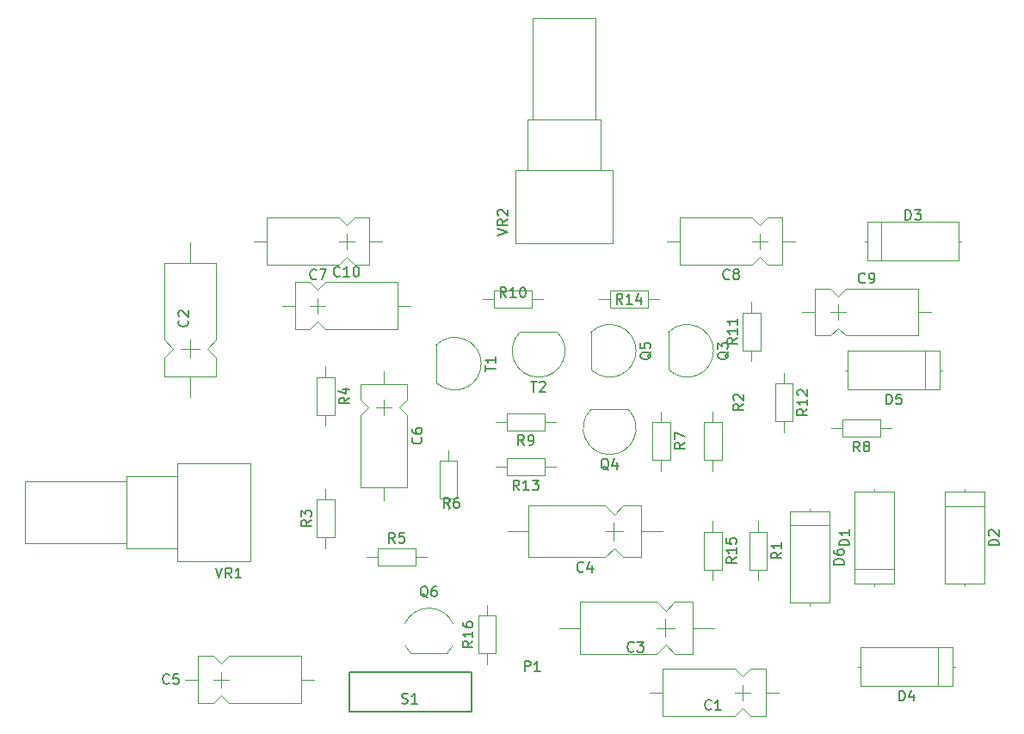
<source format=gbr>
G04 #@! TF.FileFunction,Legend,Top*
%FSLAX46Y46*%
G04 Gerber Fmt 4.6, Leading zero omitted, Abs format (unit mm)*
G04 Created by KiCad (PCBNEW 4.0.5) date 06/13/17 03:11:54*
%MOMM*%
%LPD*%
G01*
G04 APERTURE LIST*
%ADD10C,0.100000*%
%ADD11C,0.120000*%
%ADD12C,0.150000*%
G04 APERTURE END LIST*
D10*
D11*
X78485000Y-54610000D02*
X79985000Y-54610000D01*
X79235000Y-53860000D02*
X79235000Y-55360000D01*
X76975000Y-52300000D02*
X76975000Y-56920000D01*
X87095000Y-52300000D02*
X87095000Y-56920000D01*
X76975000Y-52300000D02*
X78475000Y-52300000D01*
X78475000Y-52300000D02*
X79225000Y-53050000D01*
X79225000Y-53050000D02*
X79975000Y-52300000D01*
X79975000Y-52300000D02*
X87095000Y-52300000D01*
X76975000Y-56920000D02*
X78475000Y-56920000D01*
X78475000Y-56920000D02*
X79225000Y-56170000D01*
X79225000Y-56170000D02*
X79975000Y-56920000D01*
X79975000Y-56920000D02*
X87095000Y-56920000D01*
X75715000Y-54610000D02*
X76975000Y-54610000D01*
X88355000Y-54610000D02*
X87095000Y-54610000D01*
X125955000Y-62275000D02*
X124235000Y-62275000D01*
X124235000Y-62275000D02*
X124235000Y-65995000D01*
X124235000Y-65995000D02*
X125955000Y-65995000D01*
X125955000Y-65995000D02*
X125955000Y-62275000D01*
X125095000Y-61205000D02*
X125095000Y-62275000D01*
X125095000Y-67065000D02*
X125095000Y-65995000D01*
X121780000Y-92710000D02*
X120280000Y-92710000D01*
X121030000Y-93460000D02*
X121030000Y-91960000D01*
X123290000Y-95020000D02*
X123290000Y-90400000D01*
X113170000Y-95020000D02*
X113170000Y-90400000D01*
X123290000Y-95020000D02*
X121790000Y-95020000D01*
X121790000Y-95020000D02*
X121040000Y-94270000D01*
X121040000Y-94270000D02*
X120290000Y-95020000D01*
X120290000Y-95020000D02*
X113170000Y-95020000D01*
X123290000Y-90400000D02*
X121790000Y-90400000D01*
X121790000Y-90400000D02*
X121040000Y-91150000D01*
X121040000Y-91150000D02*
X120290000Y-90400000D01*
X120290000Y-90400000D02*
X113170000Y-90400000D01*
X124550000Y-92710000D02*
X123290000Y-92710000D01*
X111910000Y-92710000D02*
X113170000Y-92710000D01*
X66675000Y-59740000D02*
X66675000Y-57940000D01*
X65775000Y-58840000D02*
X67575000Y-58840000D01*
X64115000Y-61550000D02*
X69235000Y-61550000D01*
X64115000Y-50430000D02*
X69235000Y-50430000D01*
X64115000Y-61550000D02*
X64115000Y-59750000D01*
X64115000Y-59750000D02*
X65015000Y-58850000D01*
X65015000Y-58850000D02*
X64115000Y-57950000D01*
X64115000Y-57950000D02*
X64115000Y-50430000D01*
X69235000Y-61550000D02*
X69235000Y-59750000D01*
X69235000Y-59750000D02*
X68335000Y-58850000D01*
X68335000Y-58850000D02*
X69235000Y-57950000D01*
X69235000Y-57950000D02*
X69235000Y-50430000D01*
X66675000Y-63610000D02*
X66675000Y-61550000D01*
X66675000Y-48370000D02*
X66675000Y-50430000D01*
X114350000Y-86360000D02*
X112550000Y-86360000D01*
X113450000Y-87260000D02*
X113450000Y-85460000D01*
X116160000Y-88920000D02*
X116160000Y-83800000D01*
X105040000Y-88920000D02*
X105040000Y-83800000D01*
X116160000Y-88920000D02*
X114360000Y-88920000D01*
X114360000Y-88920000D02*
X113460000Y-88020000D01*
X113460000Y-88020000D02*
X112560000Y-88920000D01*
X112560000Y-88920000D02*
X105040000Y-88920000D01*
X116160000Y-83800000D02*
X114360000Y-83800000D01*
X114360000Y-83800000D02*
X113460000Y-84700000D01*
X113460000Y-84700000D02*
X112560000Y-83800000D01*
X112560000Y-83800000D02*
X105040000Y-83800000D01*
X118220000Y-86360000D02*
X116160000Y-86360000D01*
X102980000Y-86360000D02*
X105040000Y-86360000D01*
X109270000Y-76835000D02*
X107470000Y-76835000D01*
X108370000Y-77735000D02*
X108370000Y-75935000D01*
X111080000Y-79395000D02*
X111080000Y-74275000D01*
X99960000Y-79395000D02*
X99960000Y-74275000D01*
X111080000Y-79395000D02*
X109280000Y-79395000D01*
X109280000Y-79395000D02*
X108380000Y-78495000D01*
X108380000Y-78495000D02*
X107480000Y-79395000D01*
X107480000Y-79395000D02*
X99960000Y-79395000D01*
X111080000Y-74275000D02*
X109280000Y-74275000D01*
X109280000Y-74275000D02*
X108380000Y-75175000D01*
X108380000Y-75175000D02*
X107480000Y-74275000D01*
X107480000Y-74275000D02*
X99960000Y-74275000D01*
X113140000Y-76835000D02*
X111080000Y-76835000D01*
X97900000Y-76835000D02*
X99960000Y-76835000D01*
X68960000Y-91440000D02*
X70460000Y-91440000D01*
X69710000Y-90690000D02*
X69710000Y-92190000D01*
X67450000Y-89130000D02*
X67450000Y-93750000D01*
X77570000Y-89130000D02*
X77570000Y-93750000D01*
X67450000Y-89130000D02*
X68950000Y-89130000D01*
X68950000Y-89130000D02*
X69700000Y-89880000D01*
X69700000Y-89880000D02*
X70450000Y-89130000D01*
X70450000Y-89130000D02*
X77570000Y-89130000D01*
X67450000Y-93750000D02*
X68950000Y-93750000D01*
X68950000Y-93750000D02*
X69700000Y-93000000D01*
X69700000Y-93000000D02*
X70450000Y-93750000D01*
X70450000Y-93750000D02*
X77570000Y-93750000D01*
X66190000Y-91440000D02*
X67450000Y-91440000D01*
X78830000Y-91440000D02*
X77570000Y-91440000D01*
X85725000Y-63880000D02*
X85725000Y-65380000D01*
X86475000Y-64630000D02*
X84975000Y-64630000D01*
X88035000Y-62370000D02*
X83415000Y-62370000D01*
X88035000Y-72490000D02*
X83415000Y-72490000D01*
X88035000Y-62370000D02*
X88035000Y-63870000D01*
X88035000Y-63870000D02*
X87285000Y-64620000D01*
X87285000Y-64620000D02*
X88035000Y-65370000D01*
X88035000Y-65370000D02*
X88035000Y-72490000D01*
X83415000Y-62370000D02*
X83415000Y-63870000D01*
X83415000Y-63870000D02*
X84165000Y-64620000D01*
X84165000Y-64620000D02*
X83415000Y-65370000D01*
X83415000Y-65370000D02*
X83415000Y-72490000D01*
X85725000Y-61110000D02*
X85725000Y-62370000D01*
X85725000Y-73750000D02*
X85725000Y-72490000D01*
X82805000Y-48260000D02*
X81305000Y-48260000D01*
X82055000Y-49010000D02*
X82055000Y-47510000D01*
X84315000Y-50570000D02*
X84315000Y-45950000D01*
X74195000Y-50570000D02*
X74195000Y-45950000D01*
X84315000Y-50570000D02*
X82815000Y-50570000D01*
X82815000Y-50570000D02*
X82065000Y-49820000D01*
X82065000Y-49820000D02*
X81315000Y-50570000D01*
X81315000Y-50570000D02*
X74195000Y-50570000D01*
X84315000Y-45950000D02*
X82815000Y-45950000D01*
X82815000Y-45950000D02*
X82065000Y-46700000D01*
X82065000Y-46700000D02*
X81315000Y-45950000D01*
X81315000Y-45950000D02*
X74195000Y-45950000D01*
X85575000Y-48260000D02*
X84315000Y-48260000D01*
X72935000Y-48260000D02*
X74195000Y-48260000D01*
X123445000Y-48260000D02*
X121945000Y-48260000D01*
X122695000Y-49010000D02*
X122695000Y-47510000D01*
X124955000Y-50570000D02*
X124955000Y-45950000D01*
X114835000Y-50570000D02*
X114835000Y-45950000D01*
X124955000Y-50570000D02*
X123455000Y-50570000D01*
X123455000Y-50570000D02*
X122705000Y-49820000D01*
X122705000Y-49820000D02*
X121955000Y-50570000D01*
X121955000Y-50570000D02*
X114835000Y-50570000D01*
X124955000Y-45950000D02*
X123455000Y-45950000D01*
X123455000Y-45950000D02*
X122705000Y-46700000D01*
X122705000Y-46700000D02*
X121955000Y-45950000D01*
X121955000Y-45950000D02*
X114835000Y-45950000D01*
X126215000Y-48260000D02*
X124955000Y-48260000D01*
X113575000Y-48260000D02*
X114835000Y-48260000D01*
X129680000Y-55245000D02*
X131180000Y-55245000D01*
X130430000Y-54495000D02*
X130430000Y-55995000D01*
X128170000Y-52935000D02*
X128170000Y-57555000D01*
X138290000Y-52935000D02*
X138290000Y-57555000D01*
X128170000Y-52935000D02*
X129670000Y-52935000D01*
X129670000Y-52935000D02*
X130420000Y-53685000D01*
X130420000Y-53685000D02*
X131170000Y-52935000D01*
X131170000Y-52935000D02*
X138290000Y-52935000D01*
X128170000Y-57555000D02*
X129670000Y-57555000D01*
X129670000Y-57555000D02*
X130420000Y-56805000D01*
X130420000Y-56805000D02*
X131170000Y-57555000D01*
X131170000Y-57555000D02*
X138290000Y-57555000D01*
X126910000Y-55245000D02*
X128170000Y-55245000D01*
X139550000Y-55245000D02*
X138290000Y-55245000D01*
X132075000Y-81980000D02*
X135895000Y-81980000D01*
X135895000Y-81980000D02*
X135895000Y-72960000D01*
X135895000Y-72960000D02*
X132075000Y-72960000D01*
X132075000Y-72960000D02*
X132075000Y-81980000D01*
X133985000Y-82240000D02*
X133985000Y-81980000D01*
X133985000Y-72700000D02*
X133985000Y-72960000D01*
X132075000Y-80585000D02*
X135895000Y-80585000D01*
X144785000Y-72960000D02*
X140965000Y-72960000D01*
X140965000Y-72960000D02*
X140965000Y-81980000D01*
X140965000Y-81980000D02*
X144785000Y-81980000D01*
X144785000Y-81980000D02*
X144785000Y-72960000D01*
X142875000Y-72700000D02*
X142875000Y-72960000D01*
X142875000Y-82240000D02*
X142875000Y-81980000D01*
X144785000Y-74355000D02*
X140965000Y-74355000D01*
X133285000Y-46350000D02*
X133285000Y-50170000D01*
X133285000Y-50170000D02*
X142305000Y-50170000D01*
X142305000Y-50170000D02*
X142305000Y-46350000D01*
X142305000Y-46350000D02*
X133285000Y-46350000D01*
X133025000Y-48260000D02*
X133285000Y-48260000D01*
X142565000Y-48260000D02*
X142305000Y-48260000D01*
X134680000Y-46350000D02*
X134680000Y-50170000D01*
X141670000Y-92080000D02*
X141670000Y-88260000D01*
X141670000Y-88260000D02*
X132650000Y-88260000D01*
X132650000Y-88260000D02*
X132650000Y-92080000D01*
X132650000Y-92080000D02*
X141670000Y-92080000D01*
X141930000Y-90170000D02*
X141670000Y-90170000D01*
X132390000Y-90170000D02*
X132650000Y-90170000D01*
X140275000Y-92080000D02*
X140275000Y-88260000D01*
X140400000Y-62870000D02*
X140400000Y-59050000D01*
X140400000Y-59050000D02*
X131380000Y-59050000D01*
X131380000Y-59050000D02*
X131380000Y-62870000D01*
X131380000Y-62870000D02*
X140400000Y-62870000D01*
X140660000Y-60960000D02*
X140400000Y-60960000D01*
X131120000Y-60960000D02*
X131380000Y-60960000D01*
X139005000Y-62870000D02*
X139005000Y-59050000D01*
X129545000Y-74865000D02*
X125725000Y-74865000D01*
X125725000Y-74865000D02*
X125725000Y-83885000D01*
X125725000Y-83885000D02*
X129545000Y-83885000D01*
X129545000Y-83885000D02*
X129545000Y-74865000D01*
X127635000Y-74605000D02*
X127635000Y-74865000D01*
X127635000Y-84145000D02*
X127635000Y-83885000D01*
X129545000Y-76260000D02*
X125725000Y-76260000D01*
X113720000Y-57255000D02*
X113720000Y-60855000D01*
X113731522Y-57216522D02*
G75*
G02X118170000Y-59055000I1838478J-1838478D01*
G01*
X113731522Y-60893478D02*
G75*
G03X118170000Y-59055000I1838478J1838478D01*
G01*
X109750000Y-64825000D02*
X106150000Y-64825000D01*
X109788478Y-64836522D02*
G75*
G02X107950000Y-69275000I-1838478J-1838478D01*
G01*
X106111522Y-64836522D02*
G75*
G03X107950000Y-69275000I1838478J-1838478D01*
G01*
X106100000Y-57255000D02*
X106100000Y-60855000D01*
X106111522Y-57216522D02*
G75*
G02X110550000Y-59055000I1838478J-1838478D01*
G01*
X106111522Y-60893478D02*
G75*
G03X110550000Y-59055000I1838478J1838478D01*
G01*
X123415000Y-76880000D02*
X121695000Y-76880000D01*
X121695000Y-76880000D02*
X121695000Y-80600000D01*
X121695000Y-80600000D02*
X123415000Y-80600000D01*
X123415000Y-80600000D02*
X123415000Y-76880000D01*
X122555000Y-75810000D02*
X122555000Y-76880000D01*
X122555000Y-81670000D02*
X122555000Y-80600000D01*
X118970000Y-66085000D02*
X117250000Y-66085000D01*
X117250000Y-66085000D02*
X117250000Y-69805000D01*
X117250000Y-69805000D02*
X118970000Y-69805000D01*
X118970000Y-69805000D02*
X118970000Y-66085000D01*
X118110000Y-65015000D02*
X118110000Y-66085000D01*
X118110000Y-70875000D02*
X118110000Y-69805000D01*
X79150000Y-77425000D02*
X80870000Y-77425000D01*
X80870000Y-77425000D02*
X80870000Y-73705000D01*
X80870000Y-73705000D02*
X79150000Y-73705000D01*
X79150000Y-73705000D02*
X79150000Y-77425000D01*
X80010000Y-78495000D02*
X80010000Y-77425000D01*
X80010000Y-72635000D02*
X80010000Y-73705000D01*
X80870000Y-61640000D02*
X79150000Y-61640000D01*
X79150000Y-61640000D02*
X79150000Y-65360000D01*
X79150000Y-65360000D02*
X80870000Y-65360000D01*
X80870000Y-65360000D02*
X80870000Y-61640000D01*
X80010000Y-60570000D02*
X80010000Y-61640000D01*
X80010000Y-66430000D02*
X80010000Y-65360000D01*
X85135000Y-78515000D02*
X85135000Y-80235000D01*
X85135000Y-80235000D02*
X88855000Y-80235000D01*
X88855000Y-80235000D02*
X88855000Y-78515000D01*
X88855000Y-78515000D02*
X85135000Y-78515000D01*
X84065000Y-79375000D02*
X85135000Y-79375000D01*
X89925000Y-79375000D02*
X88855000Y-79375000D01*
X92935000Y-69895000D02*
X91215000Y-69895000D01*
X91215000Y-69895000D02*
X91215000Y-73615000D01*
X91215000Y-73615000D02*
X92935000Y-73615000D01*
X92935000Y-73615000D02*
X92935000Y-69895000D01*
X92075000Y-68825000D02*
X92075000Y-69895000D01*
X92075000Y-74685000D02*
X92075000Y-73615000D01*
X113890000Y-66085000D02*
X112170000Y-66085000D01*
X112170000Y-66085000D02*
X112170000Y-69805000D01*
X112170000Y-69805000D02*
X113890000Y-69805000D01*
X113890000Y-69805000D02*
X113890000Y-66085000D01*
X113030000Y-65015000D02*
X113030000Y-66085000D01*
X113030000Y-70875000D02*
X113030000Y-69805000D01*
X134575000Y-67535000D02*
X134575000Y-65815000D01*
X134575000Y-65815000D02*
X130855000Y-65815000D01*
X130855000Y-65815000D02*
X130855000Y-67535000D01*
X130855000Y-67535000D02*
X134575000Y-67535000D01*
X135645000Y-66675000D02*
X134575000Y-66675000D01*
X129785000Y-66675000D02*
X130855000Y-66675000D01*
X101555000Y-66900000D02*
X101555000Y-65180000D01*
X101555000Y-65180000D02*
X97835000Y-65180000D01*
X97835000Y-65180000D02*
X97835000Y-66900000D01*
X97835000Y-66900000D02*
X101555000Y-66900000D01*
X102625000Y-66040000D02*
X101555000Y-66040000D01*
X96765000Y-66040000D02*
X97835000Y-66040000D01*
X96565000Y-53115000D02*
X96565000Y-54835000D01*
X96565000Y-54835000D02*
X100285000Y-54835000D01*
X100285000Y-54835000D02*
X100285000Y-53115000D01*
X100285000Y-53115000D02*
X96565000Y-53115000D01*
X95495000Y-53975000D02*
X96565000Y-53975000D01*
X101355000Y-53975000D02*
X100285000Y-53975000D01*
X121060000Y-59010000D02*
X122780000Y-59010000D01*
X122780000Y-59010000D02*
X122780000Y-55290000D01*
X122780000Y-55290000D02*
X121060000Y-55290000D01*
X121060000Y-55290000D02*
X121060000Y-59010000D01*
X121920000Y-60080000D02*
X121920000Y-59010000D01*
X121920000Y-54220000D02*
X121920000Y-55290000D01*
X101555000Y-71345000D02*
X101555000Y-69625000D01*
X101555000Y-69625000D02*
X97835000Y-69625000D01*
X97835000Y-69625000D02*
X97835000Y-71345000D01*
X97835000Y-71345000D02*
X101555000Y-71345000D01*
X102625000Y-70485000D02*
X101555000Y-70485000D01*
X96765000Y-70485000D02*
X97835000Y-70485000D01*
X107995000Y-53115000D02*
X107995000Y-54835000D01*
X107995000Y-54835000D02*
X111715000Y-54835000D01*
X111715000Y-54835000D02*
X111715000Y-53115000D01*
X111715000Y-53115000D02*
X107995000Y-53115000D01*
X106925000Y-53975000D02*
X107995000Y-53975000D01*
X112785000Y-53975000D02*
X111715000Y-53975000D01*
X118970000Y-76880000D02*
X117250000Y-76880000D01*
X117250000Y-76880000D02*
X117250000Y-80600000D01*
X117250000Y-80600000D02*
X118970000Y-80600000D01*
X118970000Y-80600000D02*
X118970000Y-76880000D01*
X118110000Y-75810000D02*
X118110000Y-76880000D01*
X118110000Y-81670000D02*
X118110000Y-80600000D01*
X95025000Y-88855000D02*
X96745000Y-88855000D01*
X96745000Y-88855000D02*
X96745000Y-85135000D01*
X96745000Y-85135000D02*
X95025000Y-85135000D01*
X95025000Y-85135000D02*
X95025000Y-88855000D01*
X95885000Y-89925000D02*
X95885000Y-88855000D01*
X95885000Y-84065000D02*
X95885000Y-85135000D01*
D12*
X82325000Y-94595000D02*
X94325000Y-94595000D01*
X82325000Y-90695000D02*
X94325000Y-90695000D01*
X94325000Y-90695000D02*
X94325000Y-94595000D01*
X82325000Y-90695000D02*
X82325000Y-94595000D01*
D11*
X90860000Y-58525000D02*
X90860000Y-62125000D01*
X90871522Y-58486522D02*
G75*
G02X95310000Y-60325000I1838478J-1838478D01*
G01*
X90871522Y-62163478D02*
G75*
G03X95310000Y-60325000I1838478J1838478D01*
G01*
X102765000Y-57205000D02*
X99165000Y-57205000D01*
X102803478Y-57216522D02*
G75*
G02X100965000Y-61655000I-1838478J-1838478D01*
G01*
X99126522Y-57216522D02*
G75*
G03X100965000Y-61655000I1838478J-1838478D01*
G01*
X88370000Y-88845000D02*
X91970000Y-88845000D01*
X87845816Y-88117795D02*
G75*
G03X88370000Y-88845000I2324184J1122795D01*
G01*
X87813600Y-85896193D02*
G75*
G02X90170000Y-84395000I2356400J-1098807D01*
G01*
X92526400Y-85896193D02*
G75*
G03X90170000Y-84395000I-2356400J-1098807D01*
G01*
X92494184Y-88117795D02*
G75*
G02X91970000Y-88845000I-2324184J1122795D01*
G01*
X72595000Y-79780000D02*
X65425000Y-79780000D01*
X72595000Y-70160000D02*
X65425000Y-70160000D01*
X72595000Y-79780000D02*
X72595000Y-70160000D01*
X65425000Y-79780000D02*
X65425000Y-70160000D01*
X65425000Y-78530000D02*
X60425000Y-78530000D01*
X65425000Y-71410000D02*
X60425000Y-71410000D01*
X65425000Y-78530000D02*
X65425000Y-71410000D01*
X60425000Y-78530000D02*
X60425000Y-71410000D01*
X60425000Y-78030000D02*
X50424000Y-78030000D01*
X60425000Y-71910000D02*
X50424000Y-71910000D01*
X60425000Y-78030000D02*
X60425000Y-71910000D01*
X50424000Y-78030000D02*
X50424000Y-71910000D01*
X98655000Y-48465000D02*
X98655000Y-41295000D01*
X108275000Y-48465000D02*
X108275000Y-41295000D01*
X98655000Y-48465000D02*
X108275000Y-48465000D01*
X98655000Y-41295000D02*
X108275000Y-41295000D01*
X99905000Y-41295000D02*
X99905000Y-36295000D01*
X107025000Y-41295000D02*
X107025000Y-36295000D01*
X99905000Y-41295000D02*
X107025000Y-41295000D01*
X99905000Y-36295000D02*
X107025000Y-36295000D01*
X100405000Y-36295000D02*
X100405000Y-26294000D01*
X106525000Y-36295000D02*
X106525000Y-26294000D01*
X100405000Y-36295000D02*
X106525000Y-36295000D01*
X100405000Y-26294000D02*
X106525000Y-26294000D01*
D12*
X81392143Y-51657143D02*
X81344524Y-51704762D01*
X81201667Y-51752381D01*
X81106429Y-51752381D01*
X80963571Y-51704762D01*
X80868333Y-51609524D01*
X80820714Y-51514286D01*
X80773095Y-51323810D01*
X80773095Y-51180952D01*
X80820714Y-50990476D01*
X80868333Y-50895238D01*
X80963571Y-50800000D01*
X81106429Y-50752381D01*
X81201667Y-50752381D01*
X81344524Y-50800000D01*
X81392143Y-50847619D01*
X82344524Y-51752381D02*
X81773095Y-51752381D01*
X82058809Y-51752381D02*
X82058809Y-50752381D01*
X81963571Y-50895238D01*
X81868333Y-50990476D01*
X81773095Y-51038095D01*
X82963571Y-50752381D02*
X83058810Y-50752381D01*
X83154048Y-50800000D01*
X83201667Y-50847619D01*
X83249286Y-50942857D01*
X83296905Y-51133333D01*
X83296905Y-51371429D01*
X83249286Y-51561905D01*
X83201667Y-51657143D01*
X83154048Y-51704762D01*
X83058810Y-51752381D01*
X82963571Y-51752381D01*
X82868333Y-51704762D01*
X82820714Y-51657143D01*
X82773095Y-51561905D01*
X82725476Y-51371429D01*
X82725476Y-51133333D01*
X82773095Y-50942857D01*
X82820714Y-50847619D01*
X82868333Y-50800000D01*
X82963571Y-50752381D01*
X127407381Y-64777857D02*
X126931190Y-65111191D01*
X127407381Y-65349286D02*
X126407381Y-65349286D01*
X126407381Y-64968333D01*
X126455000Y-64873095D01*
X126502619Y-64825476D01*
X126597857Y-64777857D01*
X126740714Y-64777857D01*
X126835952Y-64825476D01*
X126883571Y-64873095D01*
X126931190Y-64968333D01*
X126931190Y-65349286D01*
X127407381Y-63825476D02*
X127407381Y-64396905D01*
X127407381Y-64111191D02*
X126407381Y-64111191D01*
X126550238Y-64206429D01*
X126645476Y-64301667D01*
X126693095Y-64396905D01*
X126502619Y-63444524D02*
X126455000Y-63396905D01*
X126407381Y-63301667D01*
X126407381Y-63063571D01*
X126455000Y-62968333D01*
X126502619Y-62920714D01*
X126597857Y-62873095D01*
X126693095Y-62873095D01*
X126835952Y-62920714D01*
X127407381Y-63492143D01*
X127407381Y-62873095D01*
X117943334Y-94337143D02*
X117895715Y-94384762D01*
X117752858Y-94432381D01*
X117657620Y-94432381D01*
X117514762Y-94384762D01*
X117419524Y-94289524D01*
X117371905Y-94194286D01*
X117324286Y-94003810D01*
X117324286Y-93860952D01*
X117371905Y-93670476D01*
X117419524Y-93575238D01*
X117514762Y-93480000D01*
X117657620Y-93432381D01*
X117752858Y-93432381D01*
X117895715Y-93480000D01*
X117943334Y-93527619D01*
X118895715Y-94432381D02*
X118324286Y-94432381D01*
X118610000Y-94432381D02*
X118610000Y-93432381D01*
X118514762Y-93575238D01*
X118419524Y-93670476D01*
X118324286Y-93718095D01*
X66397143Y-56046666D02*
X66444762Y-56094285D01*
X66492381Y-56237142D01*
X66492381Y-56332380D01*
X66444762Y-56475238D01*
X66349524Y-56570476D01*
X66254286Y-56618095D01*
X66063810Y-56665714D01*
X65920952Y-56665714D01*
X65730476Y-56618095D01*
X65635238Y-56570476D01*
X65540000Y-56475238D01*
X65492381Y-56332380D01*
X65492381Y-56237142D01*
X65540000Y-56094285D01*
X65587619Y-56046666D01*
X65587619Y-55665714D02*
X65540000Y-55618095D01*
X65492381Y-55522857D01*
X65492381Y-55284761D01*
X65540000Y-55189523D01*
X65587619Y-55141904D01*
X65682857Y-55094285D01*
X65778095Y-55094285D01*
X65920952Y-55141904D01*
X66492381Y-55713333D01*
X66492381Y-55094285D01*
X110323334Y-88622143D02*
X110275715Y-88669762D01*
X110132858Y-88717381D01*
X110037620Y-88717381D01*
X109894762Y-88669762D01*
X109799524Y-88574524D01*
X109751905Y-88479286D01*
X109704286Y-88288810D01*
X109704286Y-88145952D01*
X109751905Y-87955476D01*
X109799524Y-87860238D01*
X109894762Y-87765000D01*
X110037620Y-87717381D01*
X110132858Y-87717381D01*
X110275715Y-87765000D01*
X110323334Y-87812619D01*
X110656667Y-87717381D02*
X111275715Y-87717381D01*
X110942381Y-88098333D01*
X111085239Y-88098333D01*
X111180477Y-88145952D01*
X111228096Y-88193571D01*
X111275715Y-88288810D01*
X111275715Y-88526905D01*
X111228096Y-88622143D01*
X111180477Y-88669762D01*
X111085239Y-88717381D01*
X110799524Y-88717381D01*
X110704286Y-88669762D01*
X110656667Y-88622143D01*
X105353334Y-80752143D02*
X105305715Y-80799762D01*
X105162858Y-80847381D01*
X105067620Y-80847381D01*
X104924762Y-80799762D01*
X104829524Y-80704524D01*
X104781905Y-80609286D01*
X104734286Y-80418810D01*
X104734286Y-80275952D01*
X104781905Y-80085476D01*
X104829524Y-79990238D01*
X104924762Y-79895000D01*
X105067620Y-79847381D01*
X105162858Y-79847381D01*
X105305715Y-79895000D01*
X105353334Y-79942619D01*
X106210477Y-80180714D02*
X106210477Y-80847381D01*
X105972381Y-79799762D02*
X105734286Y-80514048D01*
X106353334Y-80514048D01*
X64603334Y-91797143D02*
X64555715Y-91844762D01*
X64412858Y-91892381D01*
X64317620Y-91892381D01*
X64174762Y-91844762D01*
X64079524Y-91749524D01*
X64031905Y-91654286D01*
X63984286Y-91463810D01*
X63984286Y-91320952D01*
X64031905Y-91130476D01*
X64079524Y-91035238D01*
X64174762Y-90940000D01*
X64317620Y-90892381D01*
X64412858Y-90892381D01*
X64555715Y-90940000D01*
X64603334Y-90987619D01*
X65508096Y-90892381D02*
X65031905Y-90892381D01*
X64984286Y-91368571D01*
X65031905Y-91320952D01*
X65127143Y-91273333D01*
X65365239Y-91273333D01*
X65460477Y-91320952D01*
X65508096Y-91368571D01*
X65555715Y-91463810D01*
X65555715Y-91701905D01*
X65508096Y-91797143D01*
X65460477Y-91844762D01*
X65365239Y-91892381D01*
X65127143Y-91892381D01*
X65031905Y-91844762D01*
X64984286Y-91797143D01*
X89392143Y-67596666D02*
X89439762Y-67644285D01*
X89487381Y-67787142D01*
X89487381Y-67882380D01*
X89439762Y-68025238D01*
X89344524Y-68120476D01*
X89249286Y-68168095D01*
X89058810Y-68215714D01*
X88915952Y-68215714D01*
X88725476Y-68168095D01*
X88630238Y-68120476D01*
X88535000Y-68025238D01*
X88487381Y-67882380D01*
X88487381Y-67787142D01*
X88535000Y-67644285D01*
X88582619Y-67596666D01*
X88487381Y-66739523D02*
X88487381Y-66930000D01*
X88535000Y-67025238D01*
X88582619Y-67072857D01*
X88725476Y-67168095D01*
X88915952Y-67215714D01*
X89296905Y-67215714D01*
X89392143Y-67168095D01*
X89439762Y-67120476D01*
X89487381Y-67025238D01*
X89487381Y-66834761D01*
X89439762Y-66739523D01*
X89392143Y-66691904D01*
X89296905Y-66644285D01*
X89058810Y-66644285D01*
X88963571Y-66691904D01*
X88915952Y-66739523D01*
X88868333Y-66834761D01*
X88868333Y-67025238D01*
X88915952Y-67120476D01*
X88963571Y-67168095D01*
X89058810Y-67215714D01*
X79088334Y-51927143D02*
X79040715Y-51974762D01*
X78897858Y-52022381D01*
X78802620Y-52022381D01*
X78659762Y-51974762D01*
X78564524Y-51879524D01*
X78516905Y-51784286D01*
X78469286Y-51593810D01*
X78469286Y-51450952D01*
X78516905Y-51260476D01*
X78564524Y-51165238D01*
X78659762Y-51070000D01*
X78802620Y-51022381D01*
X78897858Y-51022381D01*
X79040715Y-51070000D01*
X79088334Y-51117619D01*
X79421667Y-51022381D02*
X80088334Y-51022381D01*
X79659762Y-52022381D01*
X119728334Y-51927143D02*
X119680715Y-51974762D01*
X119537858Y-52022381D01*
X119442620Y-52022381D01*
X119299762Y-51974762D01*
X119204524Y-51879524D01*
X119156905Y-51784286D01*
X119109286Y-51593810D01*
X119109286Y-51450952D01*
X119156905Y-51260476D01*
X119204524Y-51165238D01*
X119299762Y-51070000D01*
X119442620Y-51022381D01*
X119537858Y-51022381D01*
X119680715Y-51070000D01*
X119728334Y-51117619D01*
X120299762Y-51450952D02*
X120204524Y-51403333D01*
X120156905Y-51355714D01*
X120109286Y-51260476D01*
X120109286Y-51212857D01*
X120156905Y-51117619D01*
X120204524Y-51070000D01*
X120299762Y-51022381D01*
X120490239Y-51022381D01*
X120585477Y-51070000D01*
X120633096Y-51117619D01*
X120680715Y-51212857D01*
X120680715Y-51260476D01*
X120633096Y-51355714D01*
X120585477Y-51403333D01*
X120490239Y-51450952D01*
X120299762Y-51450952D01*
X120204524Y-51498571D01*
X120156905Y-51546190D01*
X120109286Y-51641429D01*
X120109286Y-51831905D01*
X120156905Y-51927143D01*
X120204524Y-51974762D01*
X120299762Y-52022381D01*
X120490239Y-52022381D01*
X120585477Y-51974762D01*
X120633096Y-51927143D01*
X120680715Y-51831905D01*
X120680715Y-51641429D01*
X120633096Y-51546190D01*
X120585477Y-51498571D01*
X120490239Y-51450952D01*
X133063334Y-52292143D02*
X133015715Y-52339762D01*
X132872858Y-52387381D01*
X132777620Y-52387381D01*
X132634762Y-52339762D01*
X132539524Y-52244524D01*
X132491905Y-52149286D01*
X132444286Y-51958810D01*
X132444286Y-51815952D01*
X132491905Y-51625476D01*
X132539524Y-51530238D01*
X132634762Y-51435000D01*
X132777620Y-51387381D01*
X132872858Y-51387381D01*
X133015715Y-51435000D01*
X133063334Y-51482619D01*
X133539524Y-52387381D02*
X133730000Y-52387381D01*
X133825239Y-52339762D01*
X133872858Y-52292143D01*
X133968096Y-52149286D01*
X134015715Y-51958810D01*
X134015715Y-51577857D01*
X133968096Y-51482619D01*
X133920477Y-51435000D01*
X133825239Y-51387381D01*
X133634762Y-51387381D01*
X133539524Y-51435000D01*
X133491905Y-51482619D01*
X133444286Y-51577857D01*
X133444286Y-51815952D01*
X133491905Y-51911190D01*
X133539524Y-51958810D01*
X133634762Y-52006429D01*
X133825239Y-52006429D01*
X133920477Y-51958810D01*
X133968096Y-51911190D01*
X134015715Y-51815952D01*
X131527381Y-78208095D02*
X130527381Y-78208095D01*
X130527381Y-77970000D01*
X130575000Y-77827142D01*
X130670238Y-77731904D01*
X130765476Y-77684285D01*
X130955952Y-77636666D01*
X131098810Y-77636666D01*
X131289286Y-77684285D01*
X131384524Y-77731904D01*
X131479762Y-77827142D01*
X131527381Y-77970000D01*
X131527381Y-78208095D01*
X131527381Y-76684285D02*
X131527381Y-77255714D01*
X131527381Y-76970000D02*
X130527381Y-76970000D01*
X130670238Y-77065238D01*
X130765476Y-77160476D01*
X130813095Y-77255714D01*
X146237381Y-78208095D02*
X145237381Y-78208095D01*
X145237381Y-77970000D01*
X145285000Y-77827142D01*
X145380238Y-77731904D01*
X145475476Y-77684285D01*
X145665952Y-77636666D01*
X145808810Y-77636666D01*
X145999286Y-77684285D01*
X146094524Y-77731904D01*
X146189762Y-77827142D01*
X146237381Y-77970000D01*
X146237381Y-78208095D01*
X145332619Y-77255714D02*
X145285000Y-77208095D01*
X145237381Y-77112857D01*
X145237381Y-76874761D01*
X145285000Y-76779523D01*
X145332619Y-76731904D01*
X145427857Y-76684285D01*
X145523095Y-76684285D01*
X145665952Y-76731904D01*
X146237381Y-77303333D01*
X146237381Y-76684285D01*
X137056905Y-46172381D02*
X137056905Y-45172381D01*
X137295000Y-45172381D01*
X137437858Y-45220000D01*
X137533096Y-45315238D01*
X137580715Y-45410476D01*
X137628334Y-45600952D01*
X137628334Y-45743810D01*
X137580715Y-45934286D01*
X137533096Y-46029524D01*
X137437858Y-46124762D01*
X137295000Y-46172381D01*
X137056905Y-46172381D01*
X137961667Y-45172381D02*
X138580715Y-45172381D01*
X138247381Y-45553333D01*
X138390239Y-45553333D01*
X138485477Y-45600952D01*
X138533096Y-45648571D01*
X138580715Y-45743810D01*
X138580715Y-45981905D01*
X138533096Y-46077143D01*
X138485477Y-46124762D01*
X138390239Y-46172381D01*
X138104524Y-46172381D01*
X138009286Y-46124762D01*
X137961667Y-46077143D01*
X136421905Y-93532381D02*
X136421905Y-92532381D01*
X136660000Y-92532381D01*
X136802858Y-92580000D01*
X136898096Y-92675238D01*
X136945715Y-92770476D01*
X136993334Y-92960952D01*
X136993334Y-93103810D01*
X136945715Y-93294286D01*
X136898096Y-93389524D01*
X136802858Y-93484762D01*
X136660000Y-93532381D01*
X136421905Y-93532381D01*
X137850477Y-92865714D02*
X137850477Y-93532381D01*
X137612381Y-92484762D02*
X137374286Y-93199048D01*
X137993334Y-93199048D01*
X135151905Y-64322381D02*
X135151905Y-63322381D01*
X135390000Y-63322381D01*
X135532858Y-63370000D01*
X135628096Y-63465238D01*
X135675715Y-63560476D01*
X135723334Y-63750952D01*
X135723334Y-63893810D01*
X135675715Y-64084286D01*
X135628096Y-64179524D01*
X135532858Y-64274762D01*
X135390000Y-64322381D01*
X135151905Y-64322381D01*
X136628096Y-63322381D02*
X136151905Y-63322381D01*
X136104286Y-63798571D01*
X136151905Y-63750952D01*
X136247143Y-63703333D01*
X136485239Y-63703333D01*
X136580477Y-63750952D01*
X136628096Y-63798571D01*
X136675715Y-63893810D01*
X136675715Y-64131905D01*
X136628096Y-64227143D01*
X136580477Y-64274762D01*
X136485239Y-64322381D01*
X136247143Y-64322381D01*
X136151905Y-64274762D01*
X136104286Y-64227143D01*
X130997381Y-80113095D02*
X129997381Y-80113095D01*
X129997381Y-79875000D01*
X130045000Y-79732142D01*
X130140238Y-79636904D01*
X130235476Y-79589285D01*
X130425952Y-79541666D01*
X130568810Y-79541666D01*
X130759286Y-79589285D01*
X130854524Y-79636904D01*
X130949762Y-79732142D01*
X130997381Y-79875000D01*
X130997381Y-80113095D01*
X129997381Y-78684523D02*
X129997381Y-78875000D01*
X130045000Y-78970238D01*
X130092619Y-79017857D01*
X130235476Y-79113095D01*
X130425952Y-79160714D01*
X130806905Y-79160714D01*
X130902143Y-79113095D01*
X130949762Y-79065476D01*
X130997381Y-78970238D01*
X130997381Y-78779761D01*
X130949762Y-78684523D01*
X130902143Y-78636904D01*
X130806905Y-78589285D01*
X130568810Y-78589285D01*
X130473571Y-78636904D01*
X130425952Y-78684523D01*
X130378333Y-78779761D01*
X130378333Y-78970238D01*
X130425952Y-79065476D01*
X130473571Y-79113095D01*
X130568810Y-79160714D01*
X119677619Y-59150238D02*
X119630000Y-59245476D01*
X119534762Y-59340714D01*
X119391905Y-59483571D01*
X119344286Y-59578810D01*
X119344286Y-59674048D01*
X119582381Y-59626429D02*
X119534762Y-59721667D01*
X119439524Y-59816905D01*
X119249048Y-59864524D01*
X118915714Y-59864524D01*
X118725238Y-59816905D01*
X118630000Y-59721667D01*
X118582381Y-59626429D01*
X118582381Y-59435952D01*
X118630000Y-59340714D01*
X118725238Y-59245476D01*
X118915714Y-59197857D01*
X119249048Y-59197857D01*
X119439524Y-59245476D01*
X119534762Y-59340714D01*
X119582381Y-59435952D01*
X119582381Y-59626429D01*
X118582381Y-58864524D02*
X118582381Y-58245476D01*
X118963333Y-58578810D01*
X118963333Y-58435952D01*
X119010952Y-58340714D01*
X119058571Y-58293095D01*
X119153810Y-58245476D01*
X119391905Y-58245476D01*
X119487143Y-58293095D01*
X119534762Y-58340714D01*
X119582381Y-58435952D01*
X119582381Y-58721667D01*
X119534762Y-58816905D01*
X119487143Y-58864524D01*
X107854762Y-70782619D02*
X107759524Y-70735000D01*
X107664286Y-70639762D01*
X107521429Y-70496905D01*
X107426190Y-70449286D01*
X107330952Y-70449286D01*
X107378571Y-70687381D02*
X107283333Y-70639762D01*
X107188095Y-70544524D01*
X107140476Y-70354048D01*
X107140476Y-70020714D01*
X107188095Y-69830238D01*
X107283333Y-69735000D01*
X107378571Y-69687381D01*
X107569048Y-69687381D01*
X107664286Y-69735000D01*
X107759524Y-69830238D01*
X107807143Y-70020714D01*
X107807143Y-70354048D01*
X107759524Y-70544524D01*
X107664286Y-70639762D01*
X107569048Y-70687381D01*
X107378571Y-70687381D01*
X108664286Y-70020714D02*
X108664286Y-70687381D01*
X108426190Y-69639762D02*
X108188095Y-70354048D01*
X108807143Y-70354048D01*
X112057619Y-59150238D02*
X112010000Y-59245476D01*
X111914762Y-59340714D01*
X111771905Y-59483571D01*
X111724286Y-59578810D01*
X111724286Y-59674048D01*
X111962381Y-59626429D02*
X111914762Y-59721667D01*
X111819524Y-59816905D01*
X111629048Y-59864524D01*
X111295714Y-59864524D01*
X111105238Y-59816905D01*
X111010000Y-59721667D01*
X110962381Y-59626429D01*
X110962381Y-59435952D01*
X111010000Y-59340714D01*
X111105238Y-59245476D01*
X111295714Y-59197857D01*
X111629048Y-59197857D01*
X111819524Y-59245476D01*
X111914762Y-59340714D01*
X111962381Y-59435952D01*
X111962381Y-59626429D01*
X110962381Y-58293095D02*
X110962381Y-58769286D01*
X111438571Y-58816905D01*
X111390952Y-58769286D01*
X111343333Y-58674048D01*
X111343333Y-58435952D01*
X111390952Y-58340714D01*
X111438571Y-58293095D01*
X111533810Y-58245476D01*
X111771905Y-58245476D01*
X111867143Y-58293095D01*
X111914762Y-58340714D01*
X111962381Y-58435952D01*
X111962381Y-58674048D01*
X111914762Y-58769286D01*
X111867143Y-58816905D01*
X124867381Y-78906666D02*
X124391190Y-79240000D01*
X124867381Y-79478095D02*
X123867381Y-79478095D01*
X123867381Y-79097142D01*
X123915000Y-79001904D01*
X123962619Y-78954285D01*
X124057857Y-78906666D01*
X124200714Y-78906666D01*
X124295952Y-78954285D01*
X124343571Y-79001904D01*
X124391190Y-79097142D01*
X124391190Y-79478095D01*
X124867381Y-77954285D02*
X124867381Y-78525714D01*
X124867381Y-78240000D02*
X123867381Y-78240000D01*
X124010238Y-78335238D01*
X124105476Y-78430476D01*
X124153095Y-78525714D01*
X121102381Y-64301666D02*
X120626190Y-64635000D01*
X121102381Y-64873095D02*
X120102381Y-64873095D01*
X120102381Y-64492142D01*
X120150000Y-64396904D01*
X120197619Y-64349285D01*
X120292857Y-64301666D01*
X120435714Y-64301666D01*
X120530952Y-64349285D01*
X120578571Y-64396904D01*
X120626190Y-64492142D01*
X120626190Y-64873095D01*
X120197619Y-63920714D02*
X120150000Y-63873095D01*
X120102381Y-63777857D01*
X120102381Y-63539761D01*
X120150000Y-63444523D01*
X120197619Y-63396904D01*
X120292857Y-63349285D01*
X120388095Y-63349285D01*
X120530952Y-63396904D01*
X121102381Y-63968333D01*
X121102381Y-63349285D01*
X78602381Y-75731666D02*
X78126190Y-76065000D01*
X78602381Y-76303095D02*
X77602381Y-76303095D01*
X77602381Y-75922142D01*
X77650000Y-75826904D01*
X77697619Y-75779285D01*
X77792857Y-75731666D01*
X77935714Y-75731666D01*
X78030952Y-75779285D01*
X78078571Y-75826904D01*
X78126190Y-75922142D01*
X78126190Y-76303095D01*
X77602381Y-75398333D02*
X77602381Y-74779285D01*
X77983333Y-75112619D01*
X77983333Y-74969761D01*
X78030952Y-74874523D01*
X78078571Y-74826904D01*
X78173810Y-74779285D01*
X78411905Y-74779285D01*
X78507143Y-74826904D01*
X78554762Y-74874523D01*
X78602381Y-74969761D01*
X78602381Y-75255476D01*
X78554762Y-75350714D01*
X78507143Y-75398333D01*
X82322381Y-63666666D02*
X81846190Y-64000000D01*
X82322381Y-64238095D02*
X81322381Y-64238095D01*
X81322381Y-63857142D01*
X81370000Y-63761904D01*
X81417619Y-63714285D01*
X81512857Y-63666666D01*
X81655714Y-63666666D01*
X81750952Y-63714285D01*
X81798571Y-63761904D01*
X81846190Y-63857142D01*
X81846190Y-64238095D01*
X81655714Y-62809523D02*
X82322381Y-62809523D01*
X81274762Y-63047619D02*
X81989048Y-63285714D01*
X81989048Y-62666666D01*
X86828334Y-77967381D02*
X86495000Y-77491190D01*
X86256905Y-77967381D02*
X86256905Y-76967381D01*
X86637858Y-76967381D01*
X86733096Y-77015000D01*
X86780715Y-77062619D01*
X86828334Y-77157857D01*
X86828334Y-77300714D01*
X86780715Y-77395952D01*
X86733096Y-77443571D01*
X86637858Y-77491190D01*
X86256905Y-77491190D01*
X87733096Y-76967381D02*
X87256905Y-76967381D01*
X87209286Y-77443571D01*
X87256905Y-77395952D01*
X87352143Y-77348333D01*
X87590239Y-77348333D01*
X87685477Y-77395952D01*
X87733096Y-77443571D01*
X87780715Y-77538810D01*
X87780715Y-77776905D01*
X87733096Y-77872143D01*
X87685477Y-77919762D01*
X87590239Y-77967381D01*
X87352143Y-77967381D01*
X87256905Y-77919762D01*
X87209286Y-77872143D01*
X92203334Y-74537380D02*
X91870000Y-74061189D01*
X91631905Y-74537380D02*
X91631905Y-73537380D01*
X92012858Y-73537380D01*
X92108096Y-73584999D01*
X92155715Y-73632618D01*
X92203334Y-73727856D01*
X92203334Y-73870713D01*
X92155715Y-73965951D01*
X92108096Y-74013570D01*
X92012858Y-74061189D01*
X91631905Y-74061189D01*
X93060477Y-73537380D02*
X92870000Y-73537380D01*
X92774762Y-73584999D01*
X92727143Y-73632618D01*
X92631905Y-73775475D01*
X92584286Y-73965951D01*
X92584286Y-74346904D01*
X92631905Y-74442142D01*
X92679524Y-74489761D01*
X92774762Y-74537380D01*
X92965239Y-74537380D01*
X93060477Y-74489761D01*
X93108096Y-74442142D01*
X93155715Y-74346904D01*
X93155715Y-74108809D01*
X93108096Y-74013570D01*
X93060477Y-73965951D01*
X92965239Y-73918332D01*
X92774762Y-73918332D01*
X92679524Y-73965951D01*
X92631905Y-74013570D01*
X92584286Y-74108809D01*
X115342381Y-68111666D02*
X114866190Y-68445000D01*
X115342381Y-68683095D02*
X114342381Y-68683095D01*
X114342381Y-68302142D01*
X114390000Y-68206904D01*
X114437619Y-68159285D01*
X114532857Y-68111666D01*
X114675714Y-68111666D01*
X114770952Y-68159285D01*
X114818571Y-68206904D01*
X114866190Y-68302142D01*
X114866190Y-68683095D01*
X114342381Y-67778333D02*
X114342381Y-67111666D01*
X115342381Y-67540238D01*
X132548334Y-68987381D02*
X132215000Y-68511190D01*
X131976905Y-68987381D02*
X131976905Y-67987381D01*
X132357858Y-67987381D01*
X132453096Y-68035000D01*
X132500715Y-68082619D01*
X132548334Y-68177857D01*
X132548334Y-68320714D01*
X132500715Y-68415952D01*
X132453096Y-68463571D01*
X132357858Y-68511190D01*
X131976905Y-68511190D01*
X133119762Y-68415952D02*
X133024524Y-68368333D01*
X132976905Y-68320714D01*
X132929286Y-68225476D01*
X132929286Y-68177857D01*
X132976905Y-68082619D01*
X133024524Y-68035000D01*
X133119762Y-67987381D01*
X133310239Y-67987381D01*
X133405477Y-68035000D01*
X133453096Y-68082619D01*
X133500715Y-68177857D01*
X133500715Y-68225476D01*
X133453096Y-68320714D01*
X133405477Y-68368333D01*
X133310239Y-68415952D01*
X133119762Y-68415952D01*
X133024524Y-68463571D01*
X132976905Y-68511190D01*
X132929286Y-68606429D01*
X132929286Y-68796905D01*
X132976905Y-68892143D01*
X133024524Y-68939762D01*
X133119762Y-68987381D01*
X133310239Y-68987381D01*
X133405477Y-68939762D01*
X133453096Y-68892143D01*
X133500715Y-68796905D01*
X133500715Y-68606429D01*
X133453096Y-68511190D01*
X133405477Y-68463571D01*
X133310239Y-68415952D01*
X99528334Y-68352381D02*
X99195000Y-67876190D01*
X98956905Y-68352381D02*
X98956905Y-67352381D01*
X99337858Y-67352381D01*
X99433096Y-67400000D01*
X99480715Y-67447619D01*
X99528334Y-67542857D01*
X99528334Y-67685714D01*
X99480715Y-67780952D01*
X99433096Y-67828571D01*
X99337858Y-67876190D01*
X98956905Y-67876190D01*
X100004524Y-68352381D02*
X100195000Y-68352381D01*
X100290239Y-68304762D01*
X100337858Y-68257143D01*
X100433096Y-68114286D01*
X100480715Y-67923810D01*
X100480715Y-67542857D01*
X100433096Y-67447619D01*
X100385477Y-67400000D01*
X100290239Y-67352381D01*
X100099762Y-67352381D01*
X100004524Y-67400000D01*
X99956905Y-67447619D01*
X99909286Y-67542857D01*
X99909286Y-67780952D01*
X99956905Y-67876190D01*
X100004524Y-67923810D01*
X100099762Y-67971429D01*
X100290239Y-67971429D01*
X100385477Y-67923810D01*
X100433096Y-67876190D01*
X100480715Y-67780952D01*
X97782143Y-53792381D02*
X97448809Y-53316190D01*
X97210714Y-53792381D02*
X97210714Y-52792381D01*
X97591667Y-52792381D01*
X97686905Y-52840000D01*
X97734524Y-52887619D01*
X97782143Y-52982857D01*
X97782143Y-53125714D01*
X97734524Y-53220952D01*
X97686905Y-53268571D01*
X97591667Y-53316190D01*
X97210714Y-53316190D01*
X98734524Y-53792381D02*
X98163095Y-53792381D01*
X98448809Y-53792381D02*
X98448809Y-52792381D01*
X98353571Y-52935238D01*
X98258333Y-53030476D01*
X98163095Y-53078095D01*
X99353571Y-52792381D02*
X99448810Y-52792381D01*
X99544048Y-52840000D01*
X99591667Y-52887619D01*
X99639286Y-52982857D01*
X99686905Y-53173333D01*
X99686905Y-53411429D01*
X99639286Y-53601905D01*
X99591667Y-53697143D01*
X99544048Y-53744762D01*
X99448810Y-53792381D01*
X99353571Y-53792381D01*
X99258333Y-53744762D01*
X99210714Y-53697143D01*
X99163095Y-53601905D01*
X99115476Y-53411429D01*
X99115476Y-53173333D01*
X99163095Y-52982857D01*
X99210714Y-52887619D01*
X99258333Y-52840000D01*
X99353571Y-52792381D01*
X120512381Y-57792857D02*
X120036190Y-58126191D01*
X120512381Y-58364286D02*
X119512381Y-58364286D01*
X119512381Y-57983333D01*
X119560000Y-57888095D01*
X119607619Y-57840476D01*
X119702857Y-57792857D01*
X119845714Y-57792857D01*
X119940952Y-57840476D01*
X119988571Y-57888095D01*
X120036190Y-57983333D01*
X120036190Y-58364286D01*
X120512381Y-56840476D02*
X120512381Y-57411905D01*
X120512381Y-57126191D02*
X119512381Y-57126191D01*
X119655238Y-57221429D01*
X119750476Y-57316667D01*
X119798095Y-57411905D01*
X120512381Y-55888095D02*
X120512381Y-56459524D01*
X120512381Y-56173810D02*
X119512381Y-56173810D01*
X119655238Y-56269048D01*
X119750476Y-56364286D01*
X119798095Y-56459524D01*
X99052143Y-72797381D02*
X98718809Y-72321190D01*
X98480714Y-72797381D02*
X98480714Y-71797381D01*
X98861667Y-71797381D01*
X98956905Y-71845000D01*
X99004524Y-71892619D01*
X99052143Y-71987857D01*
X99052143Y-72130714D01*
X99004524Y-72225952D01*
X98956905Y-72273571D01*
X98861667Y-72321190D01*
X98480714Y-72321190D01*
X100004524Y-72797381D02*
X99433095Y-72797381D01*
X99718809Y-72797381D02*
X99718809Y-71797381D01*
X99623571Y-71940238D01*
X99528333Y-72035476D01*
X99433095Y-72083095D01*
X100337857Y-71797381D02*
X100956905Y-71797381D01*
X100623571Y-72178333D01*
X100766429Y-72178333D01*
X100861667Y-72225952D01*
X100909286Y-72273571D01*
X100956905Y-72368810D01*
X100956905Y-72606905D01*
X100909286Y-72702143D01*
X100861667Y-72749762D01*
X100766429Y-72797381D01*
X100480714Y-72797381D01*
X100385476Y-72749762D01*
X100337857Y-72702143D01*
X109212143Y-54427381D02*
X108878809Y-53951190D01*
X108640714Y-54427381D02*
X108640714Y-53427381D01*
X109021667Y-53427381D01*
X109116905Y-53475000D01*
X109164524Y-53522619D01*
X109212143Y-53617857D01*
X109212143Y-53760714D01*
X109164524Y-53855952D01*
X109116905Y-53903571D01*
X109021667Y-53951190D01*
X108640714Y-53951190D01*
X110164524Y-54427381D02*
X109593095Y-54427381D01*
X109878809Y-54427381D02*
X109878809Y-53427381D01*
X109783571Y-53570238D01*
X109688333Y-53665476D01*
X109593095Y-53713095D01*
X111021667Y-53760714D02*
X111021667Y-54427381D01*
X110783571Y-53379762D02*
X110545476Y-54094048D01*
X111164524Y-54094048D01*
X120422381Y-79382857D02*
X119946190Y-79716191D01*
X120422381Y-79954286D02*
X119422381Y-79954286D01*
X119422381Y-79573333D01*
X119470000Y-79478095D01*
X119517619Y-79430476D01*
X119612857Y-79382857D01*
X119755714Y-79382857D01*
X119850952Y-79430476D01*
X119898571Y-79478095D01*
X119946190Y-79573333D01*
X119946190Y-79954286D01*
X120422381Y-78430476D02*
X120422381Y-79001905D01*
X120422381Y-78716191D02*
X119422381Y-78716191D01*
X119565238Y-78811429D01*
X119660476Y-78906667D01*
X119708095Y-79001905D01*
X119422381Y-77525714D02*
X119422381Y-78001905D01*
X119898571Y-78049524D01*
X119850952Y-78001905D01*
X119803333Y-77906667D01*
X119803333Y-77668571D01*
X119850952Y-77573333D01*
X119898571Y-77525714D01*
X119993810Y-77478095D01*
X120231905Y-77478095D01*
X120327143Y-77525714D01*
X120374762Y-77573333D01*
X120422381Y-77668571D01*
X120422381Y-77906667D01*
X120374762Y-78001905D01*
X120327143Y-78049524D01*
X94477381Y-87637857D02*
X94001190Y-87971191D01*
X94477381Y-88209286D02*
X93477381Y-88209286D01*
X93477381Y-87828333D01*
X93525000Y-87733095D01*
X93572619Y-87685476D01*
X93667857Y-87637857D01*
X93810714Y-87637857D01*
X93905952Y-87685476D01*
X93953571Y-87733095D01*
X94001190Y-87828333D01*
X94001190Y-88209286D01*
X94477381Y-86685476D02*
X94477381Y-87256905D01*
X94477381Y-86971191D02*
X93477381Y-86971191D01*
X93620238Y-87066429D01*
X93715476Y-87161667D01*
X93763095Y-87256905D01*
X93477381Y-85828333D02*
X93477381Y-86018810D01*
X93525000Y-86114048D01*
X93572619Y-86161667D01*
X93715476Y-86256905D01*
X93905952Y-86304524D01*
X94286905Y-86304524D01*
X94382143Y-86256905D01*
X94429762Y-86209286D01*
X94477381Y-86114048D01*
X94477381Y-85923571D01*
X94429762Y-85828333D01*
X94382143Y-85780714D01*
X94286905Y-85733095D01*
X94048810Y-85733095D01*
X93953571Y-85780714D01*
X93905952Y-85828333D01*
X93858333Y-85923571D01*
X93858333Y-86114048D01*
X93905952Y-86209286D01*
X93953571Y-86256905D01*
X94048810Y-86304524D01*
X87503095Y-93749762D02*
X87645952Y-93797381D01*
X87884048Y-93797381D01*
X87979286Y-93749762D01*
X88026905Y-93702143D01*
X88074524Y-93606905D01*
X88074524Y-93511667D01*
X88026905Y-93416429D01*
X87979286Y-93368810D01*
X87884048Y-93321190D01*
X87693571Y-93273571D01*
X87598333Y-93225952D01*
X87550714Y-93178333D01*
X87503095Y-93083095D01*
X87503095Y-92987857D01*
X87550714Y-92892619D01*
X87598333Y-92845000D01*
X87693571Y-92797381D01*
X87931667Y-92797381D01*
X88074524Y-92845000D01*
X89026905Y-93797381D02*
X88455476Y-93797381D01*
X88741190Y-93797381D02*
X88741190Y-92797381D01*
X88645952Y-92940238D01*
X88550714Y-93035476D01*
X88455476Y-93083095D01*
X95722381Y-61086905D02*
X95722381Y-60515476D01*
X96722381Y-60801191D02*
X95722381Y-60801191D01*
X96722381Y-59658333D02*
X96722381Y-60229762D01*
X96722381Y-59944048D02*
X95722381Y-59944048D01*
X95865238Y-60039286D01*
X95960476Y-60134524D01*
X96008095Y-60229762D01*
X100203095Y-62067381D02*
X100774524Y-62067381D01*
X100488809Y-63067381D02*
X100488809Y-62067381D01*
X101060238Y-62162619D02*
X101107857Y-62115000D01*
X101203095Y-62067381D01*
X101441191Y-62067381D01*
X101536429Y-62115000D01*
X101584048Y-62162619D01*
X101631667Y-62257857D01*
X101631667Y-62353095D01*
X101584048Y-62495952D01*
X101012619Y-63067381D01*
X101631667Y-63067381D01*
X99591905Y-90622381D02*
X99591905Y-89622381D01*
X99972858Y-89622381D01*
X100068096Y-89670000D01*
X100115715Y-89717619D01*
X100163334Y-89812857D01*
X100163334Y-89955714D01*
X100115715Y-90050952D01*
X100068096Y-90098571D01*
X99972858Y-90146190D01*
X99591905Y-90146190D01*
X101115715Y-90622381D02*
X100544286Y-90622381D01*
X100830000Y-90622381D02*
X100830000Y-89622381D01*
X100734762Y-89765238D01*
X100639524Y-89860476D01*
X100544286Y-89908095D01*
X90074762Y-83352619D02*
X89979524Y-83305000D01*
X89884286Y-83209762D01*
X89741429Y-83066905D01*
X89646190Y-83019286D01*
X89550952Y-83019286D01*
X89598571Y-83257381D02*
X89503333Y-83209762D01*
X89408095Y-83114524D01*
X89360476Y-82924048D01*
X89360476Y-82590714D01*
X89408095Y-82400238D01*
X89503333Y-82305000D01*
X89598571Y-82257381D01*
X89789048Y-82257381D01*
X89884286Y-82305000D01*
X89979524Y-82400238D01*
X90027143Y-82590714D01*
X90027143Y-82924048D01*
X89979524Y-83114524D01*
X89884286Y-83209762D01*
X89789048Y-83257381D01*
X89598571Y-83257381D01*
X90884286Y-82257381D02*
X90693809Y-82257381D01*
X90598571Y-82305000D01*
X90550952Y-82352619D01*
X90455714Y-82495476D01*
X90408095Y-82685952D01*
X90408095Y-83066905D01*
X90455714Y-83162143D01*
X90503333Y-83209762D01*
X90598571Y-83257381D01*
X90789048Y-83257381D01*
X90884286Y-83209762D01*
X90931905Y-83162143D01*
X90979524Y-83066905D01*
X90979524Y-82828810D01*
X90931905Y-82733571D01*
X90884286Y-82685952D01*
X90789048Y-82638333D01*
X90598571Y-82638333D01*
X90503333Y-82685952D01*
X90455714Y-82733571D01*
X90408095Y-82828810D01*
X69175476Y-80422381D02*
X69508809Y-81422381D01*
X69842143Y-80422381D01*
X70746905Y-81422381D02*
X70413571Y-80946190D01*
X70175476Y-81422381D02*
X70175476Y-80422381D01*
X70556429Y-80422381D01*
X70651667Y-80470000D01*
X70699286Y-80517619D01*
X70746905Y-80612857D01*
X70746905Y-80755714D01*
X70699286Y-80850952D01*
X70651667Y-80898571D01*
X70556429Y-80946190D01*
X70175476Y-80946190D01*
X71699286Y-81422381D02*
X71127857Y-81422381D01*
X71413571Y-81422381D02*
X71413571Y-80422381D01*
X71318333Y-80565238D01*
X71223095Y-80660476D01*
X71127857Y-80708095D01*
X96917381Y-47664524D02*
X97917381Y-47331191D01*
X96917381Y-46997857D01*
X97917381Y-46093095D02*
X97441190Y-46426429D01*
X97917381Y-46664524D02*
X96917381Y-46664524D01*
X96917381Y-46283571D01*
X96965000Y-46188333D01*
X97012619Y-46140714D01*
X97107857Y-46093095D01*
X97250714Y-46093095D01*
X97345952Y-46140714D01*
X97393571Y-46188333D01*
X97441190Y-46283571D01*
X97441190Y-46664524D01*
X97012619Y-45712143D02*
X96965000Y-45664524D01*
X96917381Y-45569286D01*
X96917381Y-45331190D01*
X96965000Y-45235952D01*
X97012619Y-45188333D01*
X97107857Y-45140714D01*
X97203095Y-45140714D01*
X97345952Y-45188333D01*
X97917381Y-45759762D01*
X97917381Y-45140714D01*
M02*

</source>
